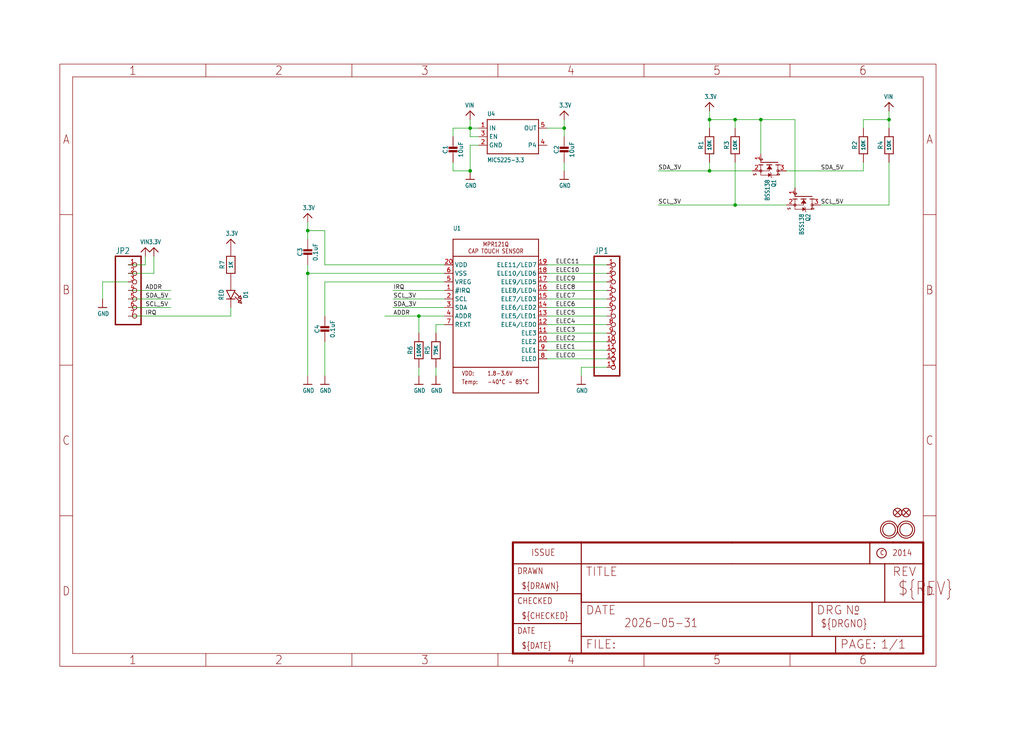
<source format=kicad_sch>
(kicad_sch (version 20230121) (generator eeschema)
  (paper "User" 304.267 217.322)
  (lib_symbols
    (symbol "working-eagle-import:3.3V" (power)
      (property "Value" "3.3V" (at -1.524 1.016 0))
      (symbol "3.3V_1_0"
        (polyline (pts (xy -1.27 -1.27) (xy 0 0)) (stroke (width 0.254)))
        (polyline (pts (xy 0 0) (xy 1.27 -1.27)) (stroke (width 0.254)))
        (pin power_in line (at 0 -2.54 90) (length 2.54) (name "3.3V") (number "1"))
      )
    )
    (symbol "working-eagle-import:CAP_CERAMIC0805-NOOUTLINE"
      (property "Reference" "C" (at -2.29 1.25 90))
      (symbol "CAP_CERAMIC0805-NOOUTLINE_1_0"
        (rectangle (start -1.27 0.508) (end 1.27 1.016) (fill (type outline)))
        (rectangle (start -1.27 1.524) (end 1.27 2.032) (fill (type outline)))
        (polyline (pts (xy 0 0.762) (xy 0 0)) (stroke (width 0.1524)))
        (polyline (pts (xy 0 2.54) (xy 0 1.778)) (stroke (width 0.1524)))
        (pin passive line (at 0 5.08 270) (length 2.54) (name "1") (number "1"))
        (pin passive line (at 0 -2.54 90) (length 2.54) (name "2") (number "2"))
      )
    )
    (symbol "working-eagle-import:CAP_CERAMIC0805_10MGAP"
      (property "Reference" "C" (at -2.29 1.25 90))
      (symbol "CAP_CERAMIC0805_10MGAP_1_0"
        (rectangle (start -1.27 0.508) (end 1.27 1.016) (fill (type outline)))
        (rectangle (start -1.27 1.524) (end 1.27 2.032) (fill (type outline)))
        (polyline (pts (xy 0 0.762) (xy 0 0)) (stroke (width 0.1524)))
        (polyline (pts (xy 0 2.54) (xy 0 1.778)) (stroke (width 0.1524)))
        (pin passive line (at 0 5.08 270) (length 2.54) (name "1") (number "1"))
        (pin passive line (at 0 -2.54 90) (length 2.54) (name "2") (number "2"))
      )
    )
    (symbol "working-eagle-import:FIDUCIAL{dblquote}{dblquote}"
      (symbol "FIDUCIAL{dblquote}{dblquote}_1_0"
        (polyline (pts (xy -0.762 0.762) (xy 0.762 -0.762)) (stroke (width 0.254)))
        (polyline (pts (xy 0.762 0.762) (xy -0.762 -0.762)) (stroke (width 0.254)))
        (circle (center 0 0) (radius 1.27) (stroke (width 0.254)))
      )
    )
    (symbol "working-eagle-import:FRAME_A4"
      (symbol "FRAME_A4_1_0"
        (polyline (pts (xy 0 44.7675) (xy 3.81 44.7675)))
        (polyline (pts (xy 0 89.535) (xy 3.81 89.535)))
        (polyline (pts (xy 0 134.3025) (xy 3.81 134.3025)))
        (polyline (pts (xy 3.81 3.81) (xy 3.81 175.26)))
        (polyline (pts (xy 43.3917 0) (xy 43.3917 3.81)))
        (polyline (pts (xy 43.3917 175.26) (xy 43.3917 179.07)))
        (polyline (pts (xy 86.7833 0) (xy 86.7833 3.81)))
        (polyline (pts (xy 86.7833 175.26) (xy 86.7833 179.07)))
        (polyline (pts (xy 130.175 0) (xy 130.175 3.81)))
        (polyline (pts (xy 130.175 175.26) (xy 130.175 179.07)))
        (polyline (pts (xy 173.5667 0) (xy 173.5667 3.81)))
        (polyline (pts (xy 173.5667 175.26) (xy 173.5667 179.07)))
        (polyline (pts (xy 216.9583 0) (xy 216.9583 3.81)))
        (polyline (pts (xy 216.9583 175.26) (xy 216.9583 179.07)))
        (polyline (pts (xy 256.54 3.81) (xy 3.81 3.81)))
        (polyline (pts (xy 256.54 3.81) (xy 256.54 8.89)) (stroke (width 0.1016)))
        (polyline (pts (xy 256.54 3.81) (xy 256.54 175.26)))
        (polyline (pts (xy 256.54 8.89) (xy 256.54 13.97)) (stroke (width 0.1016)))
        (polyline (pts (xy 256.54 13.97) (xy 256.54 19.05)) (stroke (width 0.1016)))
        (polyline (pts (xy 256.54 19.05) (xy 256.54 36.83)) (stroke (width 0.1016)))
        (polyline (pts (xy 256.54 44.7675) (xy 260.35 44.7675)))
        (polyline (pts (xy 256.54 89.535) (xy 260.35 89.535)))
        (polyline (pts (xy 256.54 134.3025) (xy 260.35 134.3025)))
        (polyline (pts (xy 256.54 175.26) (xy 3.81 175.26)))
        (polyline (pts (xy 0 0) (xy 260.35 0) (xy 260.35 179.07) (xy 0 179.07) (xy 0 0)))
        (text "1" (at 21.6958 1.905 0) (effects (font (size 2.54 2.286))))
        (text "1" (at 21.6958 177.165 0) (effects (font (size 2.54 2.286))))
        (text "2" (at 65.0875 1.905 0) (effects (font (size 2.54 2.286))))
        (text "2" (at 65.0875 177.165 0) (effects (font (size 2.54 2.286))))
        (text "3" (at 108.4792 1.905 0) (effects (font (size 2.54 2.286))))
        (text "3" (at 108.4792 177.165 0) (effects (font (size 2.54 2.286))))
        (text "4" (at 151.8708 1.905 0) (effects (font (size 2.54 2.286))))
        (text "4" (at 151.8708 177.165 0) (effects (font (size 2.54 2.286))))
        (text "5" (at 195.2625 1.905 0) (effects (font (size 2.54 2.286))))
        (text "5" (at 195.2625 177.165 0) (effects (font (size 2.54 2.286))))
        (text "6" (at 238.6542 1.905 0) (effects (font (size 2.54 2.286))))
        (text "6" (at 238.6542 177.165 0) (effects (font (size 2.54 2.286))))
        (text "A" (at 1.905 156.6863 0) (effects (font (size 2.54 2.286))))
        (text "A" (at 258.445 156.6863 0) (effects (font (size 2.54 2.286))))
        (text "B" (at 1.905 111.9188 0) (effects (font (size 2.54 2.286))))
        (text "B" (at 258.445 111.9188 0) (effects (font (size 2.54 2.286))))
        (text "C" (at 1.905 67.1513 0) (effects (font (size 2.54 2.286))))
        (text "C" (at 258.445 67.1513 0) (effects (font (size 2.54 2.286))))
        (text "D" (at 1.905 22.3838 0) (effects (font (size 2.54 2.286))))
        (text "D" (at 258.445 22.3838 0) (effects (font (size 2.54 2.286))))
      )
      (symbol "FRAME_A4_2_0"
        (polyline (pts (xy 0 1.27) (xy 20.32 1.27)) (stroke (width 0.6096)))
        (polyline (pts (xy 0 10.16) (xy 0 1.27)) (stroke (width 0.6096)))
        (polyline (pts (xy 0 10.16) (xy 20.32 10.16)) (stroke (width 0.3048)))
        (polyline (pts (xy 0 19.05) (xy 0 10.16)) (stroke (width 0.6096)))
        (polyline (pts (xy 0 19.05) (xy 20.32 19.05)) (stroke (width 0.3048)))
        (polyline (pts (xy 0 27.94) (xy 0 19.05)) (stroke (width 0.6096)))
        (polyline (pts (xy 0 27.94) (xy 20.32 27.94)) (stroke (width 0.3048)))
        (polyline (pts (xy 0 34.29) (xy 0 27.94)) (stroke (width 0.6096)))
        (polyline (pts (xy 20.32 1.27) (xy 20.32 6.35)) (stroke (width 0.3048)))
        (polyline (pts (xy 20.32 1.27) (xy 95.885 1.27)) (stroke (width 0.6096)))
        (polyline (pts (xy 20.32 6.35) (xy 20.32 10.16)) (stroke (width 0.3048)))
        (polyline (pts (xy 20.32 6.35) (xy 88.9 6.35)) (stroke (width 0.3048)))
        (polyline (pts (xy 20.32 10.16) (xy 20.32 19.05)) (stroke (width 0.3048)))
        (polyline (pts (xy 20.32 16.51) (xy 20.32 19.05)) (stroke (width 0.3048)))
        (polyline (pts (xy 20.32 19.05) (xy 20.32 27.94)) (stroke (width 0.3048)))
        (polyline (pts (xy 20.32 27.94) (xy 20.32 34.29)) (stroke (width 0.3048)))
        (polyline (pts (xy 20.32 27.94) (xy 65.0875 27.94)) (stroke (width 0.3048)))
        (polyline (pts (xy 20.32 34.29) (xy 0 34.29)) (stroke (width 0.6096)))
        (polyline (pts (xy 65.0875 27.94) (xy 106.045 27.94)) (stroke (width 0.3048)))
        (polyline (pts (xy 65.0875 34.29) (xy 20.32 34.29)) (stroke (width 0.6096)))
        (polyline (pts (xy 88.9 6.35) (xy 95.885 6.35)) (stroke (width 0.3048)))
        (polyline (pts (xy 88.9 16.51) (xy 20.32 16.51)) (stroke (width 0.3048)))
        (polyline (pts (xy 88.9 16.51) (xy 88.9 6.35)) (stroke (width 0.3048)))
        (polyline (pts (xy 95.885 1.27) (xy 121.92 1.27)) (stroke (width 0.6096)))
        (polyline (pts (xy 95.885 6.35) (xy 95.885 1.27)) (stroke (width 0.3048)))
        (polyline (pts (xy 95.885 6.35) (xy 121.92 6.35)) (stroke (width 0.3048)))
        (polyline (pts (xy 101.6 13.0175) (xy 102.5525 13.0175)) (stroke (width 0.254)))
        (polyline (pts (xy 106.045 27.94) (xy 106.045 34.29)) (stroke (width 0.3048)))
        (polyline (pts (xy 106.045 27.94) (xy 110.49 27.94)) (stroke (width 0.3048)))
        (polyline (pts (xy 106.045 34.29) (xy 65.0875 34.29)) (stroke (width 0.6096)))
        (polyline (pts (xy 110.49 16.51) (xy 88.9 16.51)) (stroke (width 0.3048)))
        (polyline (pts (xy 110.49 27.94) (xy 110.49 16.51)) (stroke (width 0.3048)))
        (polyline (pts (xy 110.49 27.94) (xy 113.03 27.94)) (stroke (width 0.3048)))
        (polyline (pts (xy 113.03 27.94) (xy 121.92 27.94)) (stroke (width 0.3048)))
        (polyline (pts (xy 113.03 34.29) (xy 106.045 34.29)) (stroke (width 0.6096)))
        (polyline (pts (xy 121.92 6.35) (xy 121.92 1.27)) (stroke (width 0.6096)))
        (polyline (pts (xy 121.92 16.51) (xy 110.49 16.51)) (stroke (width 0.3048)))
        (polyline (pts (xy 121.92 16.51) (xy 121.92 6.35)) (stroke (width 0.6096)))
        (polyline (pts (xy 121.92 27.94) (xy 121.92 16.51)) (stroke (width 0.6096)))
        (polyline (pts (xy 121.92 34.29) (xy 113.03 34.29)) (stroke (width 0.6096)))
        (polyline (pts (xy 121.92 34.29) (xy 121.92 27.94)) (stroke (width 0.6096)))
        (circle (center 109.5375 31.115) (radius 1.4199) (stroke (width 0.254)))
        (text "${#}/${##}" (at 109.22 2.54 0) (effects (font (size 2.54 2.54)) (justify left bottom)))
        (text "${CHECKED}" (at 2.54 11.43 0) (effects (font (size 1.778 1.5113)) (justify left bottom)))
        (text "${COMPANY}" (at 23.6538 29.3687 0) (effects (font (size 3.175 2.6987) (thickness 0.5397) bold) (justify left bottom)))
        (text "${CURRENT_DATE}" (at 33.02 8.89 0) (effects (font (size 2.54 2.159)) (justify left bottom)))
        (text "${DATE}" (at 2.54 2.54 0) (effects (font (size 1.778 1.5113)) (justify left bottom)))
        (text "${DRAWN}" (at 2.54 20.32 0) (effects (font (size 1.778 1.5113)) (justify left bottom)))
        (text "${DRGNO}" (at 91.44 8.89 0) (effects (font (size 2.1844 1.8567)) (justify left bottom)))
        (text "${PROJECTNAME}" (at 33.3375 2.54 0) (effects (font (size 2.54 2.159)) (justify left bottom)))
        (text "${REV}" (at 114.3 18.415 0) (effects (font (size 3.81 3.2385)) (justify left bottom)))
        (text "2014" (at 112.7125 30.1625 0) (effects (font (size 1.778 1.5113)) (justify left bottom)))
        (text "C" (at 109.0612 30.48 0) (effects (font (size 1.27 1.0795)) (justify left bottom)))
        (text "CHECKED" (at 1.27 15.875 0) (effects (font (size 1.778 1.5113)) (justify left bottom)))
        (text "DATE" (at 1.27 6.985 0) (effects (font (size 1.778 1.5113)) (justify left bottom)))
        (text "DATE" (at 21.59 12.7 0) (effects (font (size 2.54 2.54)) (justify left bottom)))
        (text "DRAWN" (at 1.27 24.765 0) (effects (font (size 1.778 1.5113)) (justify left bottom)))
        (text "DRG" (at 90.17 12.7 0) (effects (font (size 2.54 2.54)) (justify left bottom)))
        (text "FILE:" (at 21.59 2.54 0) (effects (font (size 2.54 2.54)) (justify left bottom)))
        (text "ISSUE" (at 5.3975 30.1625 0) (effects (font (size 1.9304 1.6408)) (justify left bottom)))
        (text "N" (at 98.7425 12.7 0) (effects (font (size 2.54 2.54)) (justify left bottom)))
        (text "o" (at 101.2825 13.6525 0) (effects (font (size 2.1844 1.8567)) (justify left bottom)))
        (text "PAGE:" (at 97.155 2.54 0) (effects (font (size 2.54 2.54)) (justify left bottom)))
        (text "REV" (at 112.7125 24.13 0) (effects (font (size 2.54 2.54)) (justify left bottom)))
        (text "TITLE" (at 21.59 24.13 0) (effects (font (size 2.54 2.54)) (justify left bottom)))
      )
    )
    (symbol "working-eagle-import:GND" (power)
      (property "Value" "GND" (at -1.524 -2.54 0))
      (symbol "GND_1_0"
        (polyline (pts (xy -1.27 0) (xy 1.27 0)) (stroke (width 0.254)))
        (pin power_in line (at 0 2.54 270) (length 2.54) (name "GND") (number "1"))
      )
    )
    (symbol "working-eagle-import:HEADER-1X13"
      (property "Reference" "JP" (at -6.35 18.415 0))
      (symbol "HEADER-1X13_1_0"
        (polyline (pts (xy -6.35 -17.78) (xy 1.27 -17.78)) (stroke (width 0.4064)))
        (polyline (pts (xy -6.35 17.78) (xy -6.35 -17.78)) (stroke (width 0.4064)))
        (polyline (pts (xy 1.27 -17.78) (xy 1.27 17.78)) (stroke (width 0.4064)))
        (polyline (pts (xy 1.27 17.78) (xy -6.35 17.78)) (stroke (width 0.4064)))
        (pin passive inverted (at -2.54 15.24 0) (length 2.54) (name "1") (number "1"))
        (pin passive inverted (at -2.54 -7.62 0) (length 2.54) (name "10") (number "10"))
        (pin passive inverted (at -2.54 -10.16 0) (length 2.54) (name "11") (number "11"))
        (pin passive inverted (at -2.54 -12.7 0) (length 2.54) (name "12") (number "12"))
        (pin passive inverted (at -2.54 -15.24 0) (length 2.54) (name "13") (number "13"))
        (pin passive inverted (at -2.54 12.7 0) (length 2.54) (name "2") (number "2"))
        (pin passive inverted (at -2.54 10.16 0) (length 2.54) (name "3") (number "3"))
        (pin passive inverted (at -2.54 7.62 0) (length 2.54) (name "4") (number "4"))
        (pin passive inverted (at -2.54 5.08 0) (length 2.54) (name "5") (number "5"))
        (pin passive inverted (at -2.54 2.54 0) (length 2.54) (name "6") (number "6"))
        (pin passive inverted (at -2.54 0 0) (length 2.54) (name "7") (number "7"))
        (pin passive inverted (at -2.54 -2.54 0) (length 2.54) (name "8") (number "8"))
        (pin passive inverted (at -2.54 -5.08 0) (length 2.54) (name "9") (number "9"))
      )
    )
    (symbol "working-eagle-import:HEADER-1X770MIL"
      (property "Reference" "JP" (at -6.35 10.795 0))
      (symbol "HEADER-1X770MIL_1_0"
        (polyline (pts (xy -6.35 -10.16) (xy 1.27 -10.16)) (stroke (width 0.4064)))
        (polyline (pts (xy -6.35 10.16) (xy -6.35 -10.16)) (stroke (width 0.4064)))
        (polyline (pts (xy 1.27 -10.16) (xy 1.27 10.16)) (stroke (width 0.4064)))
        (polyline (pts (xy 1.27 10.16) (xy -6.35 10.16)) (stroke (width 0.4064)))
        (pin passive inverted (at -2.54 7.62 0) (length 2.54) (name "1") (number "1"))
        (pin passive inverted (at -2.54 5.08 0) (length 2.54) (name "2") (number "2"))
        (pin passive inverted (at -2.54 2.54 0) (length 2.54) (name "3") (number "3"))
        (pin passive inverted (at -2.54 0 0) (length 2.54) (name "4") (number "4"))
        (pin passive inverted (at -2.54 -2.54 0) (length 2.54) (name "5") (number "5"))
        (pin passive inverted (at -2.54 -5.08 0) (length 2.54) (name "6") (number "6"))
        (pin passive inverted (at -2.54 -7.62 0) (length 2.54) (name "7") (number "7"))
      )
    )
    (symbol "working-eagle-import:LED0805_NOOUTLINE"
      (property "Reference" "D" (at -1.27 4.445 0))
      (symbol "LED0805_NOOUTLINE_1_0"
        (polyline (pts (xy -2.54 -1.27) (xy 0 0)) (stroke (width 0.254)))
        (polyline (pts (xy -2.54 1.27) (xy -2.54 -1.27)) (stroke (width 0.254)))
        (polyline (pts (xy -1.905 1.27) (xy -0.635 2.54)) (stroke (width 0.254)))
        (polyline (pts (xy -0.9525 2.8575) (xy -0.3175 2.2225)) (stroke (width 0.254)))
        (polyline (pts (xy -0.635 1.27) (xy 0.635 2.54)) (stroke (width 0.254)))
        (polyline (pts (xy -0.3175 2.2225) (xy 0 3.175)) (stroke (width 0.254)))
        (polyline (pts (xy 0 0) (xy -2.54 1.27)) (stroke (width 0.254)))
        (polyline (pts (xy 0 0) (xy 0 -1.27)) (stroke (width 0.254)))
        (polyline (pts (xy 0 1.27) (xy 0 0)) (stroke (width 0.254)))
        (polyline (pts (xy 0 3.175) (xy -0.9525 2.8575)) (stroke (width 0.254)))
        (polyline (pts (xy 0.3175 2.8575) (xy 0.9525 2.2225)) (stroke (width 0.254)))
        (polyline (pts (xy 0.9525 2.2225) (xy 1.27 3.175)) (stroke (width 0.254)))
        (polyline (pts (xy 1.27 3.175) (xy 0.3175 2.8575)) (stroke (width 0.254)))
        (pin passive line (at -5.08 0 0) (length 2.54) (name "A") (number "A"))
        (pin passive line (at 2.54 0 180) (length 2.54) (name "C") (number "C"))
      )
    )
    (symbol "working-eagle-import:MOSFET-NWIDE"
      (property "Reference" "Q" (at 5.08 0.635 0))
      (symbol "MOSFET-NWIDE_1_0"
        (polyline (pts (xy 0 2.54) (xy 0 -2.54)) (stroke (width 0.254)))
        (polyline (pts (xy 0.762 -2.54) (xy 0.762 -3.175)) (stroke (width 0.254)))
        (polyline (pts (xy 0.762 -1.905) (xy 0.762 -2.54)) (stroke (width 0.254)))
        (polyline (pts (xy 0.762 0) (xy 0.762 -0.762)) (stroke (width 0.254)))
        (polyline (pts (xy 0.762 0) (xy 2.54 0)) (stroke (width 0.1524)))
        (polyline (pts (xy 0.762 0.762) (xy 0.762 0)) (stroke (width 0.254)))
        (polyline (pts (xy 0.762 2.54) (xy 0.762 1.905)) (stroke (width 0.254)))
        (polyline (pts (xy 0.762 2.54) (xy 3.81 2.54)) (stroke (width 0.1524)))
        (polyline (pts (xy 0.762 3.175) (xy 0.762 2.54)) (stroke (width 0.254)))
        (polyline (pts (xy 2.54 -2.54) (xy 0.762 -2.54)) (stroke (width 0.1524)))
        (polyline (pts (xy 2.54 -2.54) (xy 3.81 -2.54)) (stroke (width 0.1524)))
        (polyline (pts (xy 2.54 0) (xy 2.54 -2.54)) (stroke (width 0.1524)))
        (polyline (pts (xy 3.302 0.508) (xy 3.048 0.254)) (stroke (width 0.1524)))
        (polyline (pts (xy 3.81 0.508) (xy 3.302 0.508)) (stroke (width 0.1524)))
        (polyline (pts (xy 3.81 0.508) (xy 3.81 -2.54)) (stroke (width 0.1524)))
        (polyline (pts (xy 3.81 2.54) (xy 3.81 0.508)) (stroke (width 0.1524)))
        (polyline (pts (xy 4.318 0.508) (xy 3.81 0.508)) (stroke (width 0.1524)))
        (polyline (pts (xy 4.572 0.762) (xy 4.318 0.508)) (stroke (width 0.1524)))
        (polyline (pts (xy 1.016 0) (xy 2.032 0.762) (xy 2.032 -0.762)) (stroke (width 0.1524)) (fill (type outline)))
        (polyline (pts (xy 3.81 0.508) (xy 3.302 -0.254) (xy 4.318 -0.254)) (stroke (width 0.1524)) (fill (type outline)))
        (circle (center 2.54 -2.54) (radius 0.3592))
        (circle (center 2.54 2.54) (radius 0.3592))
        (text "D" (at 3.175 3.175 0) (effects (font (size 0.8128 0.6908)) (justify left bottom)))
        (text "G" (at -1.27 -1.905 0) (effects (font (size 0.8128 0.6908)) (justify left bottom)))
        (text "S" (at 3.175 -3.81 0) (effects (font (size 0.8128 0.6908)) (justify left bottom)))
        (pin bidirectional line (at -2.54 -2.54 0) (length 2.54) (name "G") (number "1"))
        (pin bidirectional line (at 2.54 -5.08 90) (length 2.54) (name "S") (number "2"))
        (pin bidirectional line (at 2.54 5.08 270) (length 2.54) (name "D") (number "3"))
      )
    )
    (symbol "working-eagle-import:MOUNTINGHOLE2.5"
      (symbol "MOUNTINGHOLE2.5_1_0"
        (circle (center 0 0) (radius 1.905) (stroke (width 0.254)))
        (circle (center 0 0) (radius 2.54) (stroke (width 0.254)))
      )
    )
    (symbol "working-eagle-import:MPR121Q"
      (property "Reference" "U" (at -12.7 22.86 0))
      (symbol "MPR121Q_1_0"
        (polyline (pts (xy -12.7 -25.4) (xy 12.7 -25.4)) (stroke (width 0.254)))
        (polyline (pts (xy -12.7 -17.78) (xy -12.7 -25.4)) (stroke (width 0.254)))
        (polyline (pts (xy -12.7 -17.78) (xy -12.7 15.24)) (stroke (width 0.254)))
        (polyline (pts (xy -12.7 15.24) (xy -12.7 20.32)) (stroke (width 0.254)))
        (polyline (pts (xy -12.7 15.24) (xy 12.7 15.24)) (stroke (width 0.254)))
        (polyline (pts (xy -12.7 20.32) (xy 12.7 20.32)) (stroke (width 0.254)))
        (polyline (pts (xy 12.7 -25.4) (xy 12.7 -17.78)) (stroke (width 0.254)))
        (polyline (pts (xy 12.7 -17.78) (xy -12.7 -17.78)) (stroke (width 0.254)))
        (polyline (pts (xy 12.7 15.24) (xy 12.7 -17.78)) (stroke (width 0.254)))
        (polyline (pts (xy 12.7 20.32) (xy 12.7 15.24)) (stroke (width 0.254)))
        (text "-40°C - 85°C" (at -2.54 -22.86 0) (effects (font (size 1.27 1.0795)) (justify left bottom)))
        (text "1.8-3.6V" (at -2.54 -20.32 0) (effects (font (size 1.27 1.0795)) (justify left bottom)))
        (text "MPR121Q\nCAP TOUCH SENSOR" (at 0 17.78 0) (effects (font (size 1.27 1.0795))))
        (text "Temp:" (at -10.16 -22.86 0) (effects (font (size 1.27 1.0795)) (justify left bottom)))
        (text "VDD:" (at -10.16 -20.32 0) (effects (font (size 1.27 1.0795)) (justify left bottom)))
        (pin bidirectional line (at -15.24 5.08 0) (length 2.54) (name "#IRQ") (number "1"))
        (pin bidirectional line (at 15.24 -10.16 180) (length 2.54) (name "ELE2") (number "10"))
        (pin bidirectional line (at 15.24 -7.62 180) (length 2.54) (name "ELE3") (number "11"))
        (pin bidirectional line (at 15.24 -5.08 180) (length 2.54) (name "ELE4/LED0") (number "12"))
        (pin bidirectional line (at 15.24 -2.54 180) (length 2.54) (name "ELE5/LED1") (number "13"))
        (pin bidirectional line (at 15.24 0 180) (length 2.54) (name "ELE6/LED2") (number "14"))
        (pin bidirectional line (at 15.24 2.54 180) (length 2.54) (name "ELE7/LED3") (number "15"))
        (pin bidirectional line (at 15.24 5.08 180) (length 2.54) (name "ELE8/LED4") (number "16"))
        (pin bidirectional line (at 15.24 7.62 180) (length 2.54) (name "ELE9/LED5") (number "17"))
        (pin bidirectional line (at 15.24 10.16 180) (length 2.54) (name "ELE10/LED6") (number "18"))
        (pin bidirectional line (at 15.24 12.7 180) (length 2.54) (name "ELE11/LED7") (number "19"))
        (pin bidirectional line (at -15.24 2.54 0) (length 2.54) (name "SCL") (number "2"))
        (pin power_in line (at -15.24 12.7 0) (length 2.54) (name "VDD") (number "20"))
        (pin bidirectional line (at -15.24 0 0) (length 2.54) (name "SDA") (number "3"))
        (pin bidirectional line (at -15.24 -2.54 0) (length 2.54) (name "ADDR") (number "4"))
        (pin bidirectional line (at -15.24 7.62 0) (length 2.54) (name "VREG") (number "5"))
        (pin power_in line (at -15.24 10.16 0) (length 2.54) (name "VSS") (number "6"))
        (pin bidirectional line (at -15.24 -5.08 0) (length 2.54) (name "REXT") (number "7"))
        (pin bidirectional line (at 15.24 -15.24 180) (length 2.54) (name "ELE0") (number "8"))
        (pin bidirectional line (at 15.24 -12.7 180) (length 2.54) (name "ELE1") (number "9"))
      )
    )
    (symbol "working-eagle-import:RESISTOR0805_NOOUTLINE"
      (property "Reference" "R" (at 0 2.54 0))
      (symbol "RESISTOR0805_NOOUTLINE_1_0"
        (polyline (pts (xy -2.54 -1.27) (xy -2.54 1.27)) (stroke (width 0.254)))
        (polyline (pts (xy -2.54 1.27) (xy 2.54 1.27)) (stroke (width 0.254)))
        (polyline (pts (xy 2.54 -1.27) (xy -2.54 -1.27)) (stroke (width 0.254)))
        (polyline (pts (xy 2.54 1.27) (xy 2.54 -1.27)) (stroke (width 0.254)))
        (pin passive line (at -5.08 0 0) (length 2.54) (name "1") (number "1"))
        (pin passive line (at 5.08 0 180) (length 2.54) (name "2") (number "2"))
      )
    )
    (symbol "working-eagle-import:VIN" (power)
      (property "Value" "VIN" (at -1.524 1.016 0))
      (symbol "VIN_1_0"
        (polyline (pts (xy -1.27 -1.27) (xy 0 0)) (stroke (width 0.254)))
        (polyline (pts (xy 0 0) (xy 1.27 -1.27)) (stroke (width 0.254)))
        (pin power_in line (at 0 -2.54 90) (length 2.54) (name "VIN") (number "1"))
      )
    )
    (symbol "working-eagle-import:VREG_SOT23-5"
      (property "Reference" "U" (at -7.62 6.096 0))
      (symbol "VREG_SOT23-5_1_0"
        (polyline (pts (xy -7.62 -5.08) (xy -7.62 5.08)) (stroke (width 0.254)))
        (polyline (pts (xy -7.62 5.08) (xy 7.62 5.08)) (stroke (width 0.254)))
        (polyline (pts (xy 7.62 -5.08) (xy -7.62 -5.08)) (stroke (width 0.254)))
        (polyline (pts (xy 7.62 5.08) (xy 7.62 -5.08)) (stroke (width 0.254)))
        (pin power_in line (at -10.16 2.54 0) (length 2.54) (name "IN") (number "1"))
        (pin power_in line (at -10.16 -2.54 0) (length 2.54) (name "GND") (number "2"))
        (pin input line (at -10.16 0 0) (length 2.54) (name "EN") (number "3"))
        (pin bidirectional line (at 10.16 -2.54 180) (length 2.54) (name "P4") (number "4"))
        (pin power_in line (at 10.16 2.54 180) (length 2.54) (name "OUT") (number "5"))
      )
    )
  )
  (junction (at 167.64 38.1))
  (junction (at 124.46 93.98))
  (junction (at 218.44 60.96))
  (junction (at 210.82 35.56))
  (junction (at 226.06 35.56))
  (junction (at 91.44 68.58))
  (junction (at 218.44 35.56))
  (junction (at 210.82 50.8))
  (junction (at 264.16 35.56))
  (junction (at 139.7 50.8))
  (junction (at 91.44 81.28))
  (junction (at 139.7 38.1))
  (wire (pts (xy 124.46 93.98) (xy 114.3 93.98)) (stroke (width 0.1524)))
  (wire (pts (xy 236.22 35.56) (xy 236.22 55.88)) (stroke (width 0.1524)))
  (wire (pts (xy 38.1 81.28) (xy 45.72 81.28)) (stroke (width 0.1524)))
  (wire (pts (xy 210.82 38.1) (xy 210.82 35.56)) (stroke (width 0.1524)))
  (wire (pts (xy 38.1 78.74) (xy 43.18 78.74)) (stroke (width 0.1524)))
  (wire (pts (xy 142.24 38.1) (xy 139.7 38.1)) (stroke (width 0.1524)))
  (wire (pts (xy 30.48 83.82) (xy 30.48 88.9)) (stroke (width 0.1524)))
  (wire (pts (xy 91.44 78.74) (xy 91.44 81.28)) (stroke (width 0.1524)))
  (wire (pts (xy 264.16 38.1) (xy 264.16 35.56)) (stroke (width 0.1524)))
  (wire (pts (xy 129.54 109.22) (xy 129.54 111.76)) (stroke (width 0.1524)))
  (wire (pts (xy 132.08 81.28) (xy 91.44 81.28)) (stroke (width 0.1524)))
  (wire (pts (xy 226.06 35.56) (xy 236.22 35.56)) (stroke (width 0.1524)))
  (wire (pts (xy 167.64 38.1) (xy 167.64 40.64)) (stroke (width 0.1524)))
  (wire (pts (xy 68.58 93.98) (xy 68.58 91.44)) (stroke (width 0.1524)))
  (wire (pts (xy 124.46 93.98) (xy 124.46 99.06)) (stroke (width 0.1524)))
  (wire (pts (xy 132.08 86.36) (xy 116.84 86.36)) (stroke (width 0.1524)))
  (wire (pts (xy 91.44 68.58) (xy 91.44 66.04)) (stroke (width 0.1524)))
  (wire (pts (xy 162.56 83.82) (xy 180.34 83.82)) (stroke (width 0.1524)))
  (wire (pts (xy 132.08 93.98) (xy 124.46 93.98)) (stroke (width 0.1524)))
  (wire (pts (xy 162.56 91.44) (xy 180.34 91.44)) (stroke (width 0.1524)))
  (wire (pts (xy 162.56 78.74) (xy 180.34 78.74)) (stroke (width 0.1524)))
  (wire (pts (xy 180.34 109.22) (xy 172.72 109.22)) (stroke (width 0.1524)))
  (wire (pts (xy 162.56 106.68) (xy 180.34 106.68)) (stroke (width 0.1524)))
  (wire (pts (xy 210.82 48.26) (xy 210.82 50.8)) (stroke (width 0.1524)))
  (wire (pts (xy 43.18 78.74) (xy 43.18 76.2)) (stroke (width 0.1524)))
  (wire (pts (xy 38.1 91.44) (xy 50.8 91.44)) (stroke (width 0.1524)))
  (wire (pts (xy 218.44 38.1) (xy 218.44 35.56)) (stroke (width 0.1524)))
  (wire (pts (xy 223.52 50.8) (xy 210.82 50.8)) (stroke (width 0.1524)))
  (wire (pts (xy 162.56 93.98) (xy 180.34 93.98)) (stroke (width 0.1524)))
  (wire (pts (xy 96.52 68.58) (xy 91.44 68.58)) (stroke (width 0.1524)))
  (wire (pts (xy 162.56 104.14) (xy 180.34 104.14)) (stroke (width 0.1524)))
  (wire (pts (xy 210.82 33.02) (xy 210.82 35.56)) (stroke (width 0.1524)))
  (wire (pts (xy 226.06 35.56) (xy 226.06 45.72)) (stroke (width 0.1524)))
  (wire (pts (xy 167.64 48.26) (xy 167.64 50.8)) (stroke (width 0.1524)))
  (wire (pts (xy 162.56 99.06) (xy 180.34 99.06)) (stroke (width 0.1524)))
  (wire (pts (xy 162.56 38.1) (xy 167.64 38.1)) (stroke (width 0.1524)))
  (wire (pts (xy 172.72 109.22) (xy 172.72 111.76)) (stroke (width 0.1524)))
  (wire (pts (xy 218.44 60.96) (xy 195.58 60.96)) (stroke (width 0.1524)))
  (wire (pts (xy 162.56 88.9) (xy 180.34 88.9)) (stroke (width 0.1524)))
  (wire (pts (xy 134.62 40.64) (xy 134.62 38.1)) (stroke (width 0.1524)))
  (wire (pts (xy 210.82 35.56) (xy 218.44 35.56)) (stroke (width 0.1524)))
  (wire (pts (xy 218.44 35.56) (xy 226.06 35.56)) (stroke (width 0.1524)))
  (wire (pts (xy 162.56 86.36) (xy 180.34 86.36)) (stroke (width 0.1524)))
  (wire (pts (xy 132.08 88.9) (xy 116.84 88.9)) (stroke (width 0.1524)))
  (wire (pts (xy 38.1 86.36) (xy 50.8 86.36)) (stroke (width 0.1524)))
  (wire (pts (xy 167.64 38.1) (xy 167.64 35.56)) (stroke (width 0.1524)))
  (wire (pts (xy 139.7 43.18) (xy 139.7 50.8)) (stroke (width 0.1524)))
  (wire (pts (xy 38.1 88.9) (xy 50.8 88.9)) (stroke (width 0.1524)))
  (wire (pts (xy 256.54 35.56) (xy 264.16 35.56)) (stroke (width 0.1524)))
  (wire (pts (xy 96.52 83.82) (xy 96.52 93.98)) (stroke (width 0.1524)))
  (wire (pts (xy 162.56 81.28) (xy 180.34 81.28)) (stroke (width 0.1524)))
  (wire (pts (xy 210.82 50.8) (xy 195.58 50.8)) (stroke (width 0.1524)))
  (wire (pts (xy 132.08 96.52) (xy 129.54 96.52)) (stroke (width 0.1524)))
  (wire (pts (xy 132.08 83.82) (xy 96.52 83.82)) (stroke (width 0.1524)))
  (wire (pts (xy 129.54 96.52) (xy 129.54 99.06)) (stroke (width 0.1524)))
  (wire (pts (xy 96.52 78.74) (xy 96.52 68.58)) (stroke (width 0.1524)))
  (wire (pts (xy 256.54 50.8) (xy 256.54 48.26)) (stroke (width 0.1524)))
  (wire (pts (xy 233.68 60.96) (xy 218.44 60.96)) (stroke (width 0.1524)))
  (wire (pts (xy 68.58 93.98) (xy 38.1 93.98)) (stroke (width 0.1524)))
  (wire (pts (xy 264.16 60.96) (xy 264.16 48.26)) (stroke (width 0.1524)))
  (wire (pts (xy 91.44 71.12) (xy 91.44 68.58)) (stroke (width 0.1524)))
  (wire (pts (xy 38.1 83.82) (xy 30.48 83.82)) (stroke (width 0.1524)))
  (wire (pts (xy 218.44 48.26) (xy 218.44 60.96)) (stroke (width 0.1524)))
  (wire (pts (xy 142.24 40.64) (xy 139.7 40.64)) (stroke (width 0.1524)))
  (wire (pts (xy 264.16 35.56) (xy 264.16 33.02)) (stroke (width 0.1524)))
  (wire (pts (xy 162.56 96.52) (xy 180.34 96.52)) (stroke (width 0.1524)))
  (wire (pts (xy 45.72 81.28) (xy 45.72 76.2)) (stroke (width 0.1524)))
  (wire (pts (xy 243.84 60.96) (xy 264.16 60.96)) (stroke (width 0.1524)))
  (wire (pts (xy 132.08 91.44) (xy 116.84 91.44)) (stroke (width 0.1524)))
  (wire (pts (xy 142.24 43.18) (xy 139.7 43.18)) (stroke (width 0.1524)))
  (wire (pts (xy 233.68 50.8) (xy 256.54 50.8)) (stroke (width 0.1524)))
  (wire (pts (xy 124.46 109.22) (xy 124.46 111.76)) (stroke (width 0.1524)))
  (wire (pts (xy 139.7 38.1) (xy 139.7 35.56)) (stroke (width 0.1524)))
  (wire (pts (xy 256.54 38.1) (xy 256.54 35.56)) (stroke (width 0.1524)))
  (wire (pts (xy 96.52 101.6) (xy 96.52 111.76)) (stroke (width 0.1524)))
  (wire (pts (xy 134.62 50.8) (xy 139.7 50.8)) (stroke (width 0.1524)))
  (wire (pts (xy 91.44 81.28) (xy 91.44 111.76)) (stroke (width 0.1524)))
  (wire (pts (xy 134.62 48.26) (xy 134.62 50.8)) (stroke (width 0.1524)))
  (wire (pts (xy 139.7 40.64) (xy 139.7 38.1)) (stroke (width 0.1524)))
  (wire (pts (xy 132.08 78.74) (xy 96.52 78.74)) (stroke (width 0.1524)))
  (wire (pts (xy 134.62 38.1) (xy 139.7 38.1)) (stroke (width 0.1524)))
  (wire (pts (xy 162.56 101.6) (xy 180.34 101.6)) (stroke (width 0.1524)))
  (label "ADDR" (at 43.18 86.36 0) (effects (font (size 1.2446 1.2446))))
  (label "SDA_3V" (at 116.84 91.44 0) (effects (font (size 1.2446 1.2446))))
  (label "ELEC8" (at 165.1 86.36 0) (effects (font (size 1.2446 1.2446))))
  (label "ELEC0" (at 165.1 106.68 0) (effects (font (size 1.2446 1.2446))))
  (label "SDA_5V" (at 243.84 50.8 0) (effects (font (size 1.2446 1.2446))))
  (label "SDA_3V" (at 195.58 50.8 0) (effects (font (size 1.2446 1.2446))))
  (label "ELEC6" (at 165.1 91.44 0) (effects (font (size 1.2446 1.2446))))
  (label "ELEC10" (at 165.1 81.28 0) (effects (font (size 1.2446 1.2446))))
  (label "IRQ" (at 116.84 86.36 0) (effects (font (size 1.2446 1.2446))))
  (label "ELEC9" (at 165.1 83.82 0) (effects (font (size 1.2446 1.2446))))
  (label "IRQ" (at 43.18 93.98 0) (effects (font (size 1.2446 1.2446))))
  (label "SDA_5V" (at 43.18 88.9 0) (effects (font (size 1.2446 1.2446))))
  (label "ADDR" (at 116.84 93.98 0) (effects (font (size 1.2446 1.2446))))
  (label "ELEC1" (at 165.1 104.14 0) (effects (font (size 1.2446 1.2446))))
  (label "ELEC4" (at 165.1 96.52 0) (effects (font (size 1.2446 1.2446))))
  (label "SCL_3V" (at 116.84 88.9 0) (effects (font (size 1.2446 1.2446))))
  (label "ELEC2" (at 165.1 101.6 0) (effects (font (size 1.2446 1.2446))))
  (label "ELEC7" (at 165.1 88.9 0) (effects (font (size 1.2446 1.2446))))
  (label "ELEC3" (at 165.1 99.06 0) (effects (font (size 1.2446 1.2446))))
  (label "SCL_5V" (at 243.84 60.96 0) (effects (font (size 1.2446 1.2446))))
  (label "ELEC5" (at 165.1 93.98 0) (effects (font (size 1.2446 1.2446))))
  (label "SCL_5V" (at 43.18 91.44 0) (effects (font (size 1.2446 1.2446))))
  (label "SCL_3V" (at 195.58 60.96 0) (effects (font (size 1.2446 1.2446))))
  (label "ELEC11" (at 165.1 78.74 0) (effects (font (size 1.2446 1.2446))))
  (symbol (lib_id "working-eagle-import:MOUNTINGHOLE2.5") (at 269.24 157.48 0) (unit 1)
    (property "Reference" "U$10" (effects hide))
    (property "Value" "MOUNTINGHOLE2.5" (effects hide))
    (property "Footprint" "working:MOUNTINGHOLE_2.5_PLATED" (effects hide))
  )
  (symbol (lib_id "working-eagle-import:GND") (at 30.48 91.44 0) (unit 1)
    (property "Reference" "#U$9" (effects hide))
    (property "Value" "GND" (at 28.956 93.98 0) (effects (font (size 1.27 1.0795)) (justify left bottom)))
  )
  (symbol (lib_id "working-eagle-import:CAP_CERAMIC0805_10MGAP") (at 91.44 76.2 0) (unit 1)
    (property "Reference" "C3" (at 89.15 74.95 90))
    (property "Value" "0.1uF" (at 93.74 74.95 90))
    (property "Footprint" "working:0805_10MGAP" (effects hide))
  )
  (symbol (lib_id "working-eagle-import:GND") (at 172.72 114.3 0) (unit 1)
    (property "Reference" "#U$6" (effects hide))
    (property "Value" "GND" (at 171.196 116.84 0) (effects (font (size 1.27 1.0795)) (justify left bottom)))
  )
  (symbol (lib_id "working-eagle-import:MOUNTINGHOLE2.5") (at 264.16 157.48 0) (unit 1)
    (property "Reference" "U$11" (effects hide))
    (property "Value" "MOUNTINGHOLE2.5" (effects hide))
    (property "Footprint" "working:MOUNTINGHOLE_2.5_PLATED" (effects hide))
  )
  (symbol (lib_id "working-eagle-import:3.3V") (at 167.64 33.02 0) (unit 1)
    (property "Reference" "#U$16" (effects hide))
    (property "Value" "3.3V" (at 166.116 32.004 0) (effects (font (size 1.27 1.0795)) (justify left bottom)))
  )
  (symbol (lib_id "working-eagle-import:VREG_SOT23-5") (at 152.4 40.64 0) (unit 1)
    (property "Reference" "U4" (at 144.78 34.544 0) (effects (font (size 1.27 1.0795)) (justify left bottom)))
    (property "Value" "MIC5225-3.3" (at 144.78 48.26 0) (effects (font (size 1.27 1.0795)) (justify left bottom)))
    (property "Footprint" "working:SOT23-5" (effects hide))
  )
  (symbol (lib_id "working-eagle-import:GND") (at 91.44 114.3 0) (unit 1)
    (property "Reference" "#U$2" (effects hide))
    (property "Value" "GND" (at 89.916 116.84 0) (effects (font (size 1.27 1.0795)) (justify left bottom)))
  )
  (symbol (lib_id "working-eagle-import:GND") (at 167.64 53.34 0) (unit 1)
    (property "Reference" "#U$17" (effects hide))
    (property "Value" "GND" (at 166.116 55.88 0) (effects (font (size 1.27 1.0795)) (justify left bottom)))
  )
  (symbol (lib_id "working-eagle-import:RESISTOR0805_NOOUTLINE") (at 218.44 43.18 90) (unit 1)
    (property "Reference" "R3" (at 215.9 43.18 0))
    (property "Value" "10K" (at 218.44 43.18 0) (effects (font (size 1.016 1.016) bold)))
    (property "Footprint" "working:0805-NO" (effects hide))
  )
  (symbol (lib_id "working-eagle-import:RESISTOR0805_NOOUTLINE") (at 264.16 43.18 90) (unit 1)
    (property "Reference" "R4" (at 261.62 43.18 0))
    (property "Value" "10K" (at 264.16 43.18 0) (effects (font (size 1.016 1.016) bold)))
    (property "Footprint" "working:0805-NO" (effects hide))
  )
  (symbol (lib_id "working-eagle-import:FRAME_A4") (at 17.78 198.12 0) (unit 1)
    (property "Reference" "#FRAME1" (effects hide))
    (property "Value" "FRAME_A4" (effects hide))
  )
  (symbol (lib_id "working-eagle-import:RESISTOR0805_NOOUTLINE") (at 256.54 43.18 90) (unit 1)
    (property "Reference" "R2" (at 254 43.18 0))
    (property "Value" "10K" (at 256.54 43.18 0) (effects (font (size 1.016 1.016) bold)))
    (property "Footprint" "working:0805-NO" (effects hide))
  )
  (symbol (lib_id "working-eagle-import:3.3V") (at 91.44 63.5 0) (unit 1)
    (property "Reference" "#U$1" (effects hide))
    (property "Value" "3.3V" (at 89.916 62.484 0) (effects (font (size 1.27 1.0795)) (justify left bottom)))
  )
  (symbol (lib_id "working-eagle-import:HEADER-1X770MIL") (at 40.64 86.36 0) (unit 1)
    (property "Reference" "JP2" (at 34.29 75.565 0) (effects (font (size 1.778 1.5113)) (justify left bottom)))
    (property "Value" "HEADER-1X770MIL" (effects hide))
    (property "Footprint" "working:1X07_ROUND_70" (effects hide))
  )
  (symbol (lib_id "working-eagle-import:GND") (at 139.7 53.34 0) (unit 1)
    (property "Reference" "#U$19" (effects hide))
    (property "Value" "GND" (at 138.176 55.88 0) (effects (font (size 1.27 1.0795)) (justify left bottom)))
  )
  (symbol (lib_id "working-eagle-import:RESISTOR0805_NOOUTLINE") (at 124.46 104.14 90) (unit 1)
    (property "Reference" "R6" (at 121.92 104.14 0))
    (property "Value" "100K" (at 124.46 104.14 0) (effects (font (size 1.016 1.016) bold)))
    (property "Footprint" "working:0805-NO" (effects hide))
  )
  (symbol (lib_id "working-eagle-import:GND") (at 124.46 114.3 0) (unit 1)
    (property "Reference" "#U$5" (effects hide))
    (property "Value" "GND" (at 122.936 116.84 0) (effects (font (size 1.27 1.0795)) (justify left bottom)))
  )
  (symbol (lib_id "working-eagle-import:CAP_CERAMIC0805-NOOUTLINE") (at 134.62 45.72 0) (unit 1)
    (property "Reference" "C1" (at 132.33 44.47 90))
    (property "Value" "10uF" (at 136.92 44.47 90))
    (property "Footprint" "working:0805-NO" (effects hide))
  )
  (symbol (lib_id "working-eagle-import:RESISTOR0805_NOOUTLINE") (at 210.82 43.18 90) (unit 1)
    (property "Reference" "R1" (at 208.28 43.18 0))
    (property "Value" "10K" (at 210.82 43.18 0) (effects (font (size 1.016 1.016) bold)))
    (property "Footprint" "working:0805-NO" (effects hide))
  )
  (symbol (lib_id "working-eagle-import:LED0805_NOOUTLINE") (at 68.58 88.9 270) (unit 1)
    (property "Reference" "D1" (at 73.025 87.63 0) (effects (font (size 1.27 1.0795))))
    (property "Value" "RED" (at 65.786 87.63 0) (effects (font (size 1.27 1.0795))))
    (property "Footprint" "working:CHIPLED_0805_NOOUTLINE" (effects hide))
  )
  (symbol (lib_id "working-eagle-import:3.3V") (at 210.82 30.48 0) (unit 1)
    (property "Reference" "#U$20" (effects hide))
    (property "Value" "3.3V" (at 209.296 29.464 0) (effects (font (size 1.27 1.0795)) (justify left bottom)))
  )
  (symbol (lib_id "working-eagle-import:FRAME_A4") (at 152.4 195.58 0) (unit 2)
    (property "Reference" "#FRAME1" (effects hide))
    (property "Value" "FRAME_A4" (effects hide))
  )
  (symbol (lib_id "working-eagle-import:VIN") (at 139.7 33.02 0) (unit 1)
    (property "Reference" "#U$18" (effects hide))
    (property "Value" "VIN" (at 138.176 32.004 0) (effects (font (size 1.27 1.0795)) (justify left bottom)))
  )
  (symbol (lib_id "working-eagle-import:CAP_CERAMIC0805-NOOUTLINE") (at 96.52 99.06 0) (unit 1)
    (property "Reference" "C4" (at 94.23 97.81 90))
    (property "Value" "0.1uF" (at 98.82 97.81 90))
    (property "Footprint" "working:0805-NO" (effects hide))
  )
  (symbol (lib_id "working-eagle-import:VIN") (at 43.18 73.66 0) (unit 1)
    (property "Reference" "#U$8" (effects hide))
    (property "Value" "VIN" (at 41.656 72.644 0) (effects (font (size 1.27 1.0795)) (justify left bottom)))
  )
  (symbol (lib_id "working-eagle-import:GND") (at 129.54 114.3 0) (unit 1)
    (property "Reference" "#U$4" (effects hide))
    (property "Value" "GND" (at 128.016 116.84 0) (effects (font (size 1.27 1.0795)) (justify left bottom)))
  )
  (symbol (lib_id "working-eagle-import:MPR121Q") (at 147.32 91.44 0) (unit 1)
    (property "Reference" "U1" (at 134.62 68.58 0) (effects (font (size 1.27 1.0795)) (justify left bottom)))
    (property "Value" "MPR121Q" (effects hide))
    (property "Footprint" "working:QFN20_3MM_NOTHERMAL" (effects hide))
  )
  (symbol (lib_id "working-eagle-import:3.3V") (at 45.72 73.66 0) (unit 1)
    (property "Reference" "#U$7" (effects hide))
    (property "Value" "3.3V" (at 44.196 72.644 0) (effects (font (size 1.27 1.0795)) (justify left bottom)))
  )
  (symbol (lib_id "working-eagle-import:3.3V") (at 68.58 71.12 0) (unit 1)
    (property "Reference" "#U$12" (effects hide))
    (property "Value" "3.3V" (at 67.056 70.104 0) (effects (font (size 1.27 1.0795)) (justify left bottom)))
  )
  (symbol (lib_id "working-eagle-import:RESISTOR0805_NOOUTLINE") (at 129.54 104.14 90) (unit 1)
    (property "Reference" "R5" (at 127 104.14 0))
    (property "Value" "75K" (at 129.54 104.14 0) (effects (font (size 1.016 1.016) bold)))
    (property "Footprint" "working:0805-NO" (effects hide))
  )
  (symbol (lib_id "working-eagle-import:GND") (at 96.52 114.3 0) (unit 1)
    (property "Reference" "#U$3" (effects hide))
    (property "Value" "GND" (at 94.996 116.84 0) (effects (font (size 1.27 1.0795)) (justify left bottom)))
  )
  (symbol (lib_id "working-eagle-import:RESISTOR0805_NOOUTLINE") (at 68.58 78.74 90) (unit 1)
    (property "Reference" "R7" (at 66.04 78.74 0))
    (property "Value" "1K" (at 68.58 78.74 0) (effects (font (size 1.016 1.016) bold)))
    (property "Footprint" "working:0805-NO" (effects hide))
  )
  (symbol (lib_id "working-eagle-import:FIDUCIAL{dblquote}{dblquote}") (at 266.7 152.4 0) (unit 1)
    (property "Reference" "FID2" (effects hide))
    (property "Value" "FIDUCIAL{dblquote}{dblquote}" (effects hide))
    (property "Footprint" "working:FIDUCIAL_1MM" (effects hide))
  )
  (symbol (lib_id "working-eagle-import:MOSFET-NWIDE") (at 238.76 58.42 270) (unit 1)
    (property "Reference" "Q2" (at 239.395 63.5 0) (effects (font (size 1.27 1.0795)) (justify left bottom)))
    (property "Value" "BSS138" (at 237.49 63.5 0) (effects (font (size 1.27 1.0795)) (justify left bottom)))
    (property "Footprint" "working:SOT23-WIDE" (effects hide))
  )
  (symbol (lib_id "working-eagle-import:MOSFET-NWIDE") (at 228.6 48.26 270) (unit 1)
    (property "Reference" "Q1" (at 229.235 53.34 0) (effects (font (size 1.27 1.0795)) (justify left bottom)))
    (property "Value" "BSS138" (at 227.33 53.34 0) (effects (font (size 1.27 1.0795)) (justify left bottom)))
    (property "Footprint" "working:SOT23-WIDE" (effects hide))
  )
  (symbol (lib_id "working-eagle-import:CAP_CERAMIC0805-NOOUTLINE") (at 167.64 45.72 0) (unit 1)
    (property "Reference" "C2" (at 165.35 44.47 90))
    (property "Value" "10uF" (at 169.94 44.47 90))
    (property "Footprint" "working:0805-NO" (effects hide))
  )
  (symbol (lib_id "working-eagle-import:FIDUCIAL{dblquote}{dblquote}") (at 269.24 152.4 0) (unit 1)
    (property "Reference" "FID1" (effects hide))
    (property "Value" "FIDUCIAL{dblquote}{dblquote}" (effects hide))
    (property "Footprint" "working:FIDUCIAL_1MM" (effects hide))
  )
  (symbol (lib_id "working-eagle-import:VIN") (at 264.16 30.48 0) (unit 1)
    (property "Reference" "#U$21" (effects hide))
    (property "Value" "VIN" (at 262.636 29.464 0) (effects (font (size 1.27 1.0795)) (justify left bottom)))
  )
  (symbol (lib_id "working-eagle-import:HEADER-1X13") (at 182.88 93.98 0) (unit 1)
    (property "Reference" "JP1" (at 176.53 75.565 0) (effects (font (size 1.778 1.5113)) (justify left bottom)))
    (property "Value" "HEADER-1X13" (effects hide))
    (property "Footprint" "working:1X13_ROUND_70" (effects hide))
  )
)
</source>
